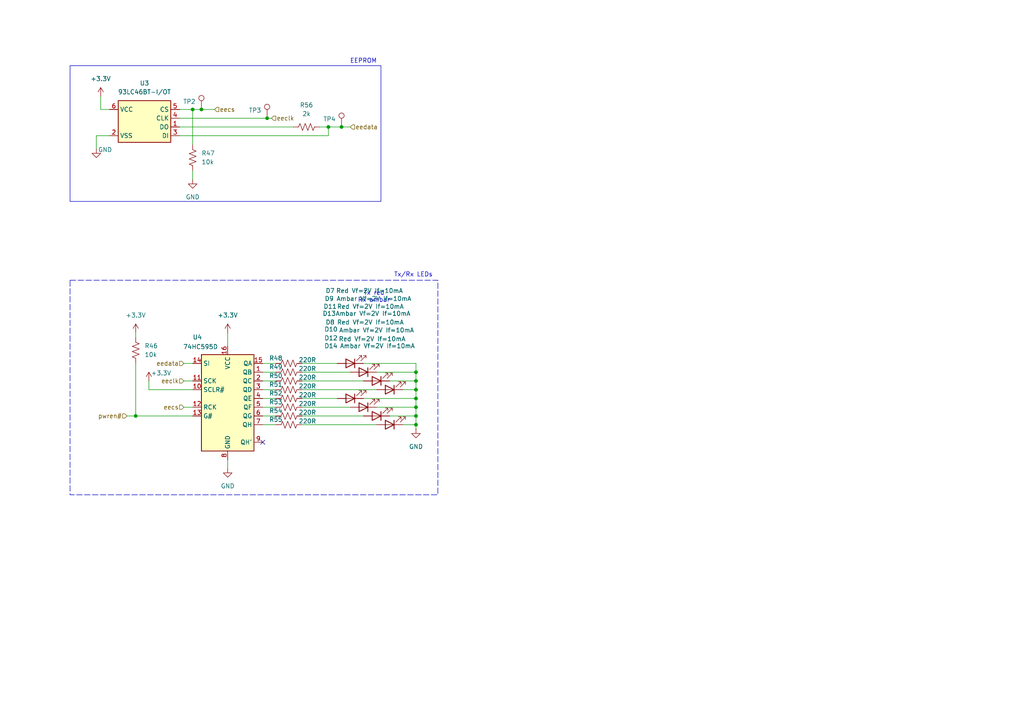
<source format=kicad_sch>
(kicad_sch (version 20250114) (generator "eeschema") (generator_version "9.0")
  (paper "A4")
  (lib_symbols
    (symbol "Connector:TestPoint" (pin_numbers (hide yes)) (pin_names (offset 0.762) (hide yes))
      (property "Reference" "TP" (at 0 6.858 0))
      (property "Value" "TestPoint" (at 0 5.08 0))
      (symbol "TestPoint_0_1"
        (circle (center 0 3.302) (radius 0.762))
      )
      (symbol "TestPoint_1_1"
        (pin passive line (at 0 0 90) (length 2.54) (name "1") (number "1"))
      )
    )
    (symbol "Device:R_US" (pin_numbers (hide yes)) (pin_names (offset 0))
      (property "Reference" "R" (at 2.54 0 90))
      (property "Value" "R_US" (at -2.54 0 90))
      (symbol "R_US_0_1"
        (polyline (pts (xy 0 2.286) (xy 0 2.54)))
        (polyline (pts (xy 0 2.286) (xy 1.016 1.905) (xy 0 1.524) (xy -1.016 1.143) (xy 0 0.762)))
        (polyline (pts (xy 0 0.762) (xy 1.016 0.381) (xy 0 0) (xy -1.016 -0.381) (xy 0 -0.762)))
        (polyline (pts (xy 0 -0.762) (xy 1.016 -1.143) (xy 0 -1.524) (xy -1.016 -1.905) (xy 0 -2.286)))
        (polyline (pts (xy 0 -2.286) (xy 0 -2.54)))
      )
      (symbol "R_US_1_1"
        (pin passive line (at 0 3.81 270) (length 1.27) (name "~") (number "1"))
        (pin passive line (at 0 -3.81 90) (length 1.27) (name "~") (number "2"))
      )
    )
    (symbol "cotti_ic:74HC595D"
      (property "Reference" "U" (at -7.62 13.97 0))
      (property "Value" "74HC595D" (at -7.62 -16.51 0))
      (symbol "74HC595D_1_0"
        (pin input line (at -10.16 10.16 0) (length 2.54) (name "SI") (number "14"))
        (pin input line (at -10.16 5.08 0) (length 2.54) (name "SCK") (number "11"))
        (pin input line (at -10.16 2.54 0) (length 2.54) (name "SCLR#") (number "10"))
        (pin input line (at -10.16 -2.54 0) (length 2.54) (name "RCK") (number "12"))
        (pin input line (at -10.16 -5.08 0) (length 2.54) (name "G#") (number "13"))
        (pin power_in line (at 0 15.24 270) (length 2.54) (name "VCC") (number "16"))
        (pin power_in line (at 0 -17.78 90) (length 2.54) (name "GND") (number "8"))
        (pin tri_state line (at 10.16 10.16 180) (length 2.54) (name "QA") (number "15"))
        (pin tri_state line (at 10.16 7.62 180) (length 2.54) (name "QB") (number "1"))
        (pin tri_state line (at 10.16 5.08 180) (length 2.54) (name "QC") (number "2"))
        (pin tri_state line (at 10.16 2.54 180) (length 2.54) (name "QD") (number "3"))
        (pin tri_state line (at 10.16 0 180) (length 2.54) (name "QE") (number "4"))
        (pin tri_state line (at 10.16 -2.54 180) (length 2.54) (name "QF") (number "5"))
        (pin tri_state line (at 10.16 -5.08 180) (length 2.54) (name "QG") (number "6"))
        (pin tri_state line (at 10.16 -7.62 180) (length 2.54) (name "QH") (number "7"))
        (pin output line (at 10.16 -12.7 180) (length 2.54) (name "QH'") (number "9"))
      )
      (symbol "74HC595D_1_1"
        (rectangle (start -7.62 12.7) (end 7.62 -15.24) (stroke (width 0.254)) (fill (type background)))
      )
    )
    (symbol "cotti_leds:LED_Ambar_SMD" (pin_numbers (hide yes)) (pin_names (offset 1.016) (hide yes))
      (property "Reference" "D" (at 0 2.54 0))
      (property "Value" "Ambar Vf=2V If=10mA" (at 0.508 5.08 0))
      (symbol "LED_Ambar_SMD_0_1"
        (polyline (pts (xy -3.048 -0.762) (xy -4.572 -2.286) (xy -3.81 -2.286) (xy -4.572 -2.286) (xy -4.572 -1.524)))
        (polyline (pts (xy -1.778 -0.762) (xy -3.302 -2.286) (xy -2.54 -2.286) (xy -3.302 -2.286) (xy -3.302 -1.524)))
        (polyline (pts (xy -1.27 0) (xy 1.27 0)))
        (polyline (pts (xy -1.27 -1.27) (xy -1.27 1.27)) (stroke (width 0.254)))
        (polyline (pts (xy 1.27 -1.27) (xy 1.27 1.27) (xy -1.27 0) (xy 1.27 -1.27)) (stroke (width 0.254)))
      )
      (symbol "LED_Ambar_SMD_1_1"
        (pin passive line (at -3.81 0 0) (length 2.54) (name "K") (number "1"))
        (pin passive line (at 3.81 0 180) (length 2.54) (name "A") (number "2"))
      )
    )
    (symbol "cotti_leds:LED_Red_SMD" (pin_numbers (hide yes)) (pin_names (offset 1.016) (hide yes))
      (property "Reference" "D" (at 0 2.54 0))
      (property "Value" "Red Vf=2V If=10mA" (at 0.508 5.08 0))
      (symbol "LED_Red_SMD_0_1"
        (polyline (pts (xy -3.048 -0.762) (xy -4.572 -2.286) (xy -3.81 -2.286) (xy -4.572 -2.286) (xy -4.572 -1.524)))
        (polyline (pts (xy -1.778 -0.762) (xy -3.302 -2.286) (xy -2.54 -2.286) (xy -3.302 -2.286) (xy -3.302 -1.524)))
        (polyline (pts (xy -1.27 0) (xy 1.27 0)))
        (polyline (pts (xy -1.27 -1.27) (xy -1.27 1.27)) (stroke (width 0.254)))
        (polyline (pts (xy 1.27 -1.27) (xy 1.27 1.27) (xy -1.27 0) (xy 1.27 -1.27)) (stroke (width 0.254)))
      )
      (symbol "LED_Red_SMD_1_1"
        (pin passive line (at -3.81 0 0) (length 2.54) (name "K") (number "1"))
        (pin passive line (at 3.81 0 180) (length 2.54) (name "A") (number "2"))
      )
    )
    (symbol "cotti_mem:FTDI_EEPROM_1K_16bit"
      (property "Reference" "U" (at -6.858 7.62 0))
      (property "Value" "93LC46BT-I/OT" (at -2.286 7.62 0))
      (symbol "FTDI_EEPROM_1K_16bit_1_1"
        (rectangle (start -7.62 6.35) (end 7.62 -5.715) (stroke (width 0.254)) (fill (type background)))
        (pin power_in line (at -10.16 3.81 0) (length 2.54) (name "VCC") (number "6"))
        (pin power_in line (at -10.16 -3.81 0) (length 2.54) (name "VSS") (number "2"))
        (pin input line (at 10.16 3.81 180) (length 2.54) (name "CS") (number "5"))
        (pin input line (at 10.16 1.27 180) (length 2.54) (name "CLK") (number "4"))
        (pin output line (at 10.16 -1.27 180) (length 2.54) (name "DO") (number "1"))
        (pin input line (at 10.16 -3.81 180) (length 2.54) (name "DI") (number "3"))
      )
    )
    (symbol "power:+3.3V" (power) (pin_numbers (hide yes)) (pin_names (offset 0) (hide yes))
      (property "Value" "+3.3V" (at 0 3.556 0))
      (symbol "+3.3V_0_1"
        (polyline (pts (xy -0.762 1.27) (xy 0 2.54)))
        (polyline (pts (xy 0 2.54) (xy 0.762 1.27)))
        (polyline (pts (xy 0 0) (xy 0 2.54)))
      )
      (symbol "+3.3V_1_1"
        (pin power_in line (at 0 0 90) (length 0) (name "~") (number "1"))
      )
    )
    (symbol "power:GND" (power) (pin_numbers (hide yes)) (pin_names (offset 0) (hide yes))
      (property "Value" "GND" (at 0 -3.81 0))
      (symbol "GND_0_1"
        (polyline (pts (xy 0 0) (xy 0 -1.27) (xy 1.27 -1.27) (xy 0 -2.54) (xy -1.27 -1.27) (xy 0 -1.27)))
      )
      (symbol "GND_1_1"
        (pin power_in line (at 0 0 270) (length 0) (name "~") (number "1"))
      )
    )
  )
  (rectangle (start 20.32 19.05) (end 110.49 58.42))
  (rectangle (start 20.32 81.28) (end 127 143.51) (stroke (width 0) (type dash)))
  (text "EEPROM" (at 105.41 17.78 0) (effects (font (size 1.27 1.27))))
  (text "Tx red\nRx ambar" (at 108.458 86.106 0) (effects (font (size 1.27 1.27))))
  (text "Tx/Rx LEDs" (at 119.888 79.756 0) (effects (font (size 1.27 1.27))))
  (junction (at 99.06 36.83))
  (junction (at 120.65 118.11))
  (junction (at 39.37 120.65))
  (junction (at 55.88 31.75))
  (junction (at 77.47 34.29))
  (junction (at 120.65 107.95))
  (junction (at 120.65 120.65))
  (junction (at 95.25 36.83))
  (junction (at 120.65 110.49))
  (junction (at 120.65 113.03))
  (junction (at 120.65 123.19))
  (junction (at 58.42 31.75))
  (junction (at 120.65 115.57))
  (no_connect (at 76.2 128.27))
  (wire (pts (xy 99.06 36.83) (xy 101.6 36.83)))
  (wire (pts (xy 55.88 31.75) (xy 58.42 31.75)))
  (wire (pts (xy 92.71 36.83) (xy 95.25 36.83)))
  (wire (pts (xy 87.63 107.95) (xy 101.6 107.95)))
  (wire (pts (xy 87.63 105.41) (xy 97.79 105.41)))
  (wire (pts (xy 55.88 113.03) (xy 43.18 113.03)))
  (wire (pts (xy 120.65 118.11) (xy 120.65 120.65)))
  (wire (pts (xy 76.2 123.19) (xy 80.01 123.19)))
  (wire (pts (xy 120.65 105.41) (xy 120.65 107.95)))
  (wire (pts (xy 52.07 31.75) (xy 55.88 31.75)))
  (wire (pts (xy 66.04 133.35) (xy 66.04 135.89)))
  (wire (pts (xy 120.65 123.19) (xy 120.65 124.46)))
  (wire (pts (xy 95.25 36.83) (xy 99.06 36.83)))
  (wire (pts (xy 29.21 31.75) (xy 31.75 31.75)))
  (wire (pts (xy 43.18 110.49) (xy 43.18 113.03)))
  (wire (pts (xy 76.2 105.41) (xy 80.01 105.41)))
  (wire (pts (xy 87.63 115.57) (xy 97.79 115.57)))
  (wire (pts (xy 52.07 39.37) (xy 95.25 39.37)))
  (wire (pts (xy 66.04 96.52) (xy 66.04 100.33)))
  (wire (pts (xy 105.41 105.41) (xy 120.65 105.41)))
  (wire (pts (xy 116.84 113.03) (xy 120.65 113.03)))
  (wire (pts (xy 29.21 27.94) (xy 29.21 31.75)))
  (wire (pts (xy 53.34 110.49) (xy 55.88 110.49)))
  (wire (pts (xy 53.34 118.11) (xy 55.88 118.11)))
  (wire (pts (xy 113.03 110.49) (xy 120.65 110.49)))
  (wire (pts (xy 120.65 110.49) (xy 120.65 113.03)))
  (wire (pts (xy 113.03 120.65) (xy 120.65 120.65)))
  (wire (pts (xy 87.63 110.49) (xy 105.41 110.49)))
  (wire (pts (xy 120.65 107.95) (xy 120.65 110.49)))
  (wire (pts (xy 109.22 118.11) (xy 120.65 118.11)))
  (wire (pts (xy 77.47 34.29) (xy 78.74 34.29)))
  (wire (pts (xy 76.2 115.57) (xy 80.01 115.57)))
  (wire (pts (xy 76.2 120.65) (xy 80.01 120.65)))
  (wire (pts (xy 55.88 31.75) (xy 55.88 41.91)))
  (wire (pts (xy 87.63 113.03) (xy 109.22 113.03)))
  (wire (pts (xy 105.41 115.57) (xy 120.65 115.57)))
  (wire (pts (xy 52.07 36.83) (xy 85.09 36.83)))
  (wire (pts (xy 76.2 113.03) (xy 80.01 113.03)))
  (wire (pts (xy 58.42 31.75) (xy 62.23 31.75)))
  (wire (pts (xy 120.65 120.65) (xy 120.65 123.19)))
  (wire (pts (xy 55.88 120.65) (xy 39.37 120.65)))
  (wire (pts (xy 120.65 115.57) (xy 120.65 118.11)))
  (wire (pts (xy 116.84 123.19) (xy 120.65 123.19)))
  (wire (pts (xy 52.07 34.29) (xy 77.47 34.29)))
  (wire (pts (xy 55.88 49.53) (xy 55.88 52.07)))
  (wire (pts (xy 31.75 39.37) (xy 27.94 39.37)))
  (wire (pts (xy 27.94 39.37) (xy 27.94 43.18)))
  (wire (pts (xy 53.34 105.41) (xy 55.88 105.41)))
  (wire (pts (xy 87.63 118.11) (xy 101.6 118.11)))
  (wire (pts (xy 87.63 120.65) (xy 105.41 120.65)))
  (wire (pts (xy 87.63 123.19) (xy 109.22 123.19)))
  (wire (pts (xy 39.37 96.52) (xy 39.37 97.79)))
  (wire (pts (xy 109.22 107.95) (xy 120.65 107.95)))
  (wire (pts (xy 95.25 39.37) (xy 95.25 36.83)))
  (wire (pts (xy 39.37 105.41) (xy 39.37 120.65)))
  (wire (pts (xy 36.83 120.65) (xy 39.37 120.65)))
  (wire (pts (xy 76.2 110.49) (xy 80.01 110.49)))
  (wire (pts (xy 76.2 107.95) (xy 80.01 107.95)))
  (wire (pts (xy 120.65 113.03) (xy 120.65 115.57)))
  (wire (pts (xy 76.2 118.11) (xy 80.01 118.11)))
  (hierarchical_label "eedata" (shape input) (at 53.34 105.41 180))
  (hierarchical_label "eedata" (shape input) (at 101.6 36.83 0))
  (hierarchical_label "eecs" (shape input) (at 53.34 118.11 180))
  (hierarchical_label "pwren#" (shape input) (at 36.83 120.65 180))
  (hierarchical_label "eeclk" (shape input) (at 53.34 110.49 180))
  (hierarchical_label "eecs" (shape input) (at 62.23 31.75 0))
  (hierarchical_label "eeclk" (shape input) (at 78.74 34.29 0))
  (symbol (lib_id "power:GND") (at 27.94 43.18 0) (unit 1)
    (property "Reference" "#PWR054" (effects (hide yes)))
    (property "Value" "GND" (at 30.48 43.434 0))
    (property "Description" "Power symbol creates a global label with name \"GND\" , ground" (effects (hide yes)))
  )
  (symbol (lib_id "cotti_leds:LED_Red_SMD") (at 109.22 120.65 180) (unit 1)
    (property "Reference" "D12" (at 96.012 98.044 0))
    (property "Value" "Red Vf=2V If=10mA" (at 107.95 98.298 0))
    (property "Footprint" "LED_SMD:LED_0603_1608Metric_Pad1.05x0.95mm_HandSolder" (effects (hide yes)))
    (property "Datasheet" "https://mm.digikey.com/Volume0/opasdata/d220001/medias/docus/3694/B1911USD-20D000114U1930.pdf" (effects (hide yes)))
    (property "Description" "Red 624nm LED Indication - Discrete 2V 0603 (1608 Metric)" (effects (hide yes)))
    (property "Digikey" "https://www.digikey.com/en/products/detail/harvatek-corporation/B1911USD-20D000114U1930/15519991" (effects (hide yes)))
    (property "Mfr." "Harvatek Corporation" (effects (hide yes)))
    (property "Mfr. P/N" "B1911USD-20D000114U1930" (effects (hide yes)))
  )
  (symbol (lib_id "Device:R_US") (at 55.88 45.72 0) (unit 1)
    (property "Reference" "R47" (at 58.42 44.4499 0) (effects (justify left)))
    (property "Value" "10k" (at 58.42 46.9899 0) (effects (justify left)))
    (property "Footprint" "Resistor_SMD:R_0805_2012Metric_Pad1.20x1.40mm_HandSolder" (effects (hide yes)))
    (property "Datasheet" "https://www.yageogroup.com/content/datasheet/asset/file/PYU-RC_GROUP_51_ROHS_L" (effects (hide yes)))
    (property "Description" "10 kOhms ±1% 0.125W, 1/8W Chip Resistor 0805 (2012 Metric) Moisture Resistant Thick Film" (effects (hide yes)))
    (property "Digikey" "https://www.digikey.com/en/products/detail/yageo/RC0805FR-1310KL/13694107" (effects (hide yes)))
    (property "Mfr." "YAGEO" (effects (hide yes)))
    (property "Mfr. P/N" "RC0805FR-1310KL" (effects (hide yes)))
  )
  (symbol (lib_id "Connector:TestPoint") (at 58.42 31.75 0) (unit 1)
    (property "Reference" "TP2" (at 53.086 29.464 0) (effects (justify left)))
    (property "Value" "TestPoint" (effects (hide yes)))
    (property "Footprint" "TestPoint:TestPoint_Pad_D2.0mm" (effects (hide yes)))
    (property "Description" "test point" (effects (hide yes)))
  )
  (symbol (lib_id "Connector:TestPoint") (at 77.47 34.29 0) (unit 1)
    (property "Reference" "TP3" (at 72.136 32.004 0) (effects (justify left)))
    (property "Value" "TestPoint" (effects (hide yes)))
    (property "Footprint" "TestPoint:TestPoint_Pad_D2.0mm" (effects (hide yes)))
    (property "Description" "test point" (effects (hide yes)))
  )
  (symbol (lib_id "cotti_mem:FTDI_EEPROM_1K_16bit") (at 41.91 35.56 0) (unit 1)
    (property "Reference" "U3" (at 41.91 24.13 0))
    (property "Value" "93LC46BT-I/OT" (at 41.91 26.67 0))
    (property "Footprint" "Package_TO_SOT_SMD:SOT-23-6_Handsoldering" (effects (hide yes)))
    (property "Datasheet" "https://ww1.microchip.com/downloads/en/DeviceDoc/20001749K.pdf" (effects (hide yes)))
    (property "Description" "Only use with FTDI chips. EEPROM Memory IC 1Kbit Microwire 2 MHz SOT-23-6" (effects (hide yes)))
    (property "Digikey" "https://www.digikey.com/en/products/detail/microchip-technology/93LC46BT-I-OT/572840" (effects (hide yes)))
    (property "Mfr." "Microchip Technology" (effects (hide yes)))
    (property "Mfr. P/N" "93LC46BT-I/OT" (effects (hide yes)))
  )
  (symbol (lib_id "power:+3.3V") (at 39.37 96.52 0) (unit 1)
    (property "Reference" "#PWR056" (effects (hide yes)))
    (property "Value" "+3.3V" (at 39.37 91.44 0))
    (property "Description" "Power symbol creates a global label with name \"+3.3V\"" (effects (hide yes)))
  )
  (symbol (lib_id "Device:R_US") (at 83.82 107.95 90) (unit 1)
    (property "Reference" "R49" (at 80.01 106.426 90))
    (property "Value" "220R" (at 89.154 106.934 90))
    (property "Footprint" "Resistor_SMD:R_0805_2012Metric_Pad1.20x1.40mm_HandSolder" (effects (hide yes)))
    (property "Datasheet" "https://www.yageogroup.com/content/datasheet/asset/file/PYU-RC_GROUP_51_ROHS_L" (effects (hide yes)))
    (property "Description" "220 Ohms ±1% 0.125W, 1/8W Chip Resistor 0805 (2012 Metric) Thick Film" (effects (hide yes)))
    (property "Digikey" "https://www.digikey.com/en/products/detail/yageo/RC0805FR-13220RL/14008293" (effects (hide yes)))
    (property "Mfr." "YAGEO" (effects (hide yes)))
    (property "Mfr. P/N" "RC0805FR-13220RL" (effects (hide yes)))
  )
  (symbol (lib_id "Device:R_US") (at 83.82 123.19 90) (unit 1)
    (property "Reference" "R55" (at 80.01 121.666 90))
    (property "Value" "220R" (at 89.154 122.174 90))
    (property "Footprint" "Resistor_SMD:R_0805_2012Metric_Pad1.20x1.40mm_HandSolder" (effects (hide yes)))
    (property "Datasheet" "https://www.yageogroup.com/content/datasheet/asset/file/PYU-RC_GROUP_51_ROHS_L" (effects (hide yes)))
    (property "Description" "220 Ohms ±1% 0.125W, 1/8W Chip Resistor 0805 (2012 Metric) Thick Film" (effects (hide yes)))
    (property "Digikey" "https://www.digikey.com/en/products/detail/yageo/RC0805FR-13220RL/14008293" (effects (hide yes)))
    (property "Mfr." "YAGEO" (effects (hide yes)))
    (property "Mfr. P/N" "RC0805FR-13220RL" (effects (hide yes)))
  )
  (symbol (lib_id "Device:R_US") (at 83.82 105.41 90) (unit 1)
    (property "Reference" "R48" (at 80.01 103.886 90))
    (property "Value" "220R" (at 89.154 104.394 90))
    (property "Footprint" "Resistor_SMD:R_0805_2012Metric_Pad1.20x1.40mm_HandSolder" (effects (hide yes)))
    (property "Datasheet" "https://www.yageogroup.com/content/datasheet/asset/file/PYU-RC_GROUP_51_ROHS_L" (effects (hide yes)))
    (property "Description" "220 Ohms ±1% 0.125W, 1/8W Chip Resistor 0805 (2012 Metric) Thick Film" (effects (hide yes)))
    (property "Digikey" "https://www.digikey.com/en/products/detail/yageo/RC0805FR-13220RL/14008293" (effects (hide yes)))
    (property "Mfr." "YAGEO" (effects (hide yes)))
    (property "Mfr. P/N" "RC0805FR-13220RL" (effects (hide yes)))
  )
  (symbol (lib_id "Device:R_US") (at 83.82 118.11 90) (unit 1)
    (property "Reference" "R53" (at 80.01 116.586 90))
    (property "Value" "220R" (at 89.154 117.094 90))
    (property "Footprint" "Resistor_SMD:R_0805_2012Metric_Pad1.20x1.40mm_HandSolder" (effects (hide yes)))
    (property "Datasheet" "https://www.yageogroup.com/content/datasheet/asset/file/PYU-RC_GROUP_51_ROHS_L" (effects (hide yes)))
    (property "Description" "220 Ohms ±1% 0.125W, 1/8W Chip Resistor 0805 (2012 Metric) Thick Film" (effects (hide yes)))
    (property "Digikey" "https://www.digikey.com/en/products/detail/yageo/RC0805FR-13220RL/14008293" (effects (hide yes)))
    (property "Mfr." "YAGEO" (effects (hide yes)))
    (property "Mfr. P/N" "RC0805FR-13220RL" (effects (hide yes)))
  )
  (symbol (lib_id "Device:R_US") (at 83.82 113.03 90) (unit 1)
    (property "Reference" "R51" (at 80.01 111.506 90))
    (property "Value" "220R" (at 89.154 112.014 90))
    (property "Footprint" "Resistor_SMD:R_0805_2012Metric_Pad1.20x1.40mm_HandSolder" (effects (hide yes)))
    (property "Datasheet" "https://www.yageogroup.com/content/datasheet/asset/file/PYU-RC_GROUP_51_ROHS_L" (effects (hide yes)))
    (property "Description" "220 Ohms ±1% 0.125W, 1/8W Chip Resistor 0805 (2012 Metric) Thick Film" (effects (hide yes)))
    (property "Digikey" "https://www.digikey.com/en/products/detail/yageo/RC0805FR-13220RL/14008293" (effects (hide yes)))
    (property "Mfr." "YAGEO" (effects (hide yes)))
    (property "Mfr. P/N" "RC0805FR-13220RL" (effects (hide yes)))
  )
  (symbol (lib_id "Device:R_US") (at 83.82 115.57 90) (unit 1)
    (property "Reference" "R52" (at 80.01 114.046 90))
    (property "Value" "220R" (at 89.154 114.554 90))
    (property "Footprint" "Resistor_SMD:R_0805_2012Metric_Pad1.20x1.40mm_HandSolder" (effects (hide yes)))
    (property "Datasheet" "https://www.yageogroup.com/content/datasheet/asset/file/PYU-RC_GROUP_51_ROHS_L" (effects (hide yes)))
    (property "Description" "220 Ohms ±1% 0.125W, 1/8W Chip Resistor 0805 (2012 Metric) Thick Film" (effects (hide yes)))
    (property "Digikey" "https://www.digikey.com/en/products/detail/yageo/RC0805FR-13220RL/14008293" (effects (hide yes)))
    (property "Mfr." "YAGEO" (effects (hide yes)))
    (property "Mfr. P/N" "RC0805FR-13220RL" (effects (hide yes)))
  )
  (symbol (lib_id "power:GND") (at 66.04 135.89 0) (unit 1)
    (property "Reference" "#PWR060" (effects (hide yes)))
    (property "Value" "GND" (at 66.04 140.97 0))
    (property "Description" "Power symbol creates a global label with name \"GND\" , ground" (effects (hide yes)))
  )
  (symbol (lib_id "cotti_leds:LED_Ambar_SMD") (at 105.41 107.95 180) (unit 1)
    (property "Reference" "D9" (at 95.504 86.614 0))
    (property "Value" "Ambar Vf=2V If=10mA" (at 108.458 86.614 0))
    (property "Footprint" "LED_SMD:LED_0603_1608Metric_Pad1.05x0.95mm_HandSolder" (effects (hide yes)))
    (property "Datasheet" "https://mm.digikey.com/Volume0/opasdata/d220001/medias/docus/3739/B1931UY--20D000114U1930.pdf" (effects (hide yes)))
    (property "Description" "Amber 589nm LED Indication - Discrete 2V 0603 (1608 Metric)" (effects (hide yes)))
    (property "Digikey" "https://www.digikey.com/en/products/detail/harvatek-corporation/B1931UY-20D000114U1930/15861261" (effects (hide yes)))
    (property "Mfr." "Harvatek Corporation" (effects (hide yes)))
    (property "Mfr. P/N" "B1931UY--20D000114U1930" (effects (hide yes)))
  )
  (symbol (lib_id "Device:R_US") (at 39.37 101.6 0) (unit 1)
    (property "Reference" "R46" (at 41.91 100.3299 0) (effects (justify left)))
    (property "Value" "10k" (at 41.91 102.8699 0) (effects (justify left)))
    (property "Footprint" "Resistor_SMD:R_0805_2012Metric_Pad1.20x1.40mm_HandSolder" (effects (hide yes)))
    (property "Datasheet" "https://www.yageogroup.com/content/datasheet/asset/file/PYU-RC_GROUP_51_ROHS_L" (effects (hide yes)))
    (property "Description" "10 kOhms ±1% 0.125W, 1/8W Chip Resistor 0805 (2012 Metric) Moisture Resistant Thick Film" (effects (hide yes)))
    (property "Digikey" "https://www.digikey.com/en/products/detail/yageo/RC0805FR-1310KL/13694107" (effects (hide yes)))
    (property "Mfr." "YAGEO" (effects (hide yes)))
    (property "Mfr. P/N" "RC0805FR-1310KL" (effects (hide yes)))
  )
  (symbol (lib_id "Device:R_US") (at 88.9 36.83 90) (unit 1)
    (property "Reference" "R56" (at 88.9 30.48 90))
    (property "Value" "2k" (at 88.9 33.02 90))
    (property "Footprint" "Resistor_SMD:R_0805_2012Metric_Pad1.20x1.40mm_HandSolder" (effects (hide yes)))
    (property "Datasheet" "https://www.yageogroup.com/content/datasheet/asset/file/PYU-RC_GROUP_51_ROHS_L" (effects (hide yes)))
    (property "Description" "2 kOhms ±1% 0.125W, 1/8W Chip Resistor 0805 (2012 Metric) Moisture Resistant Thick Film" (effects (hide yes)))
    (property "Digikey" "https://www.digikey.com/en/products/detail/yageo/RC0805FR-072KL/727664" (effects (hide yes)))
    (property "Mfr." "YAGEO" (effects (hide yes)))
    (property "Mfr. P/N" "RC0805FR-072KL" (effects (hide yes)))
  )
  (symbol (lib_id "power:+3.3V") (at 43.18 110.49 0) (unit 1)
    (property "Reference" "#PWR057" (effects (hide yes)))
    (property "Value" "+3.3V" (at 46.736 108.204 0))
    (property "Description" "Power symbol creates a global label with name \"+3.3V\"" (effects (hide yes)))
  )
  (symbol (lib_id "cotti_ic:74HC595D") (at 66.04 115.57 0) (unit 1)
    (property "Reference" "U4" (at 55.88 97.79 0) (effects (justify left)))
    (property "Value" "74HC595D" (at 53.086 100.584 0) (effects (justify left)))
    (property "Footprint" "Package_SO:SOIC-16_3.9x9.9mm_P1.27mm" (effects (hide yes)))
    (property "Datasheet" "https://toshiba.semicon-storage.com/info/docget.jsp?did=36768&prodName=74HC595D" (effects (hide yes)))
    (property "Description" "Shift Register 1 Element 8 Bit 16-SOIC" (effects (hide yes)))
    (property "Digikey" "https://www.digikey.com/en/products/detail/toshiba-semiconductor-and-storage/74HC595D/5879984" (effects (hide yes)))
    (property "Mfr." "Toshiba Semiconductor and Storage" (effects (hide yes)))
    (property "Mfr. P/N" "74HC595D" (effects (hide yes)))
  )
  (symbol (lib_id "power:GND") (at 55.88 52.07 0) (unit 1)
    (property "Reference" "#PWR058" (effects (hide yes)))
    (property "Value" "GND" (at 55.88 57.15 0))
    (property "Description" "Power symbol creates a global label with name \"GND\" , ground" (effects (hide yes)))
  )
  (symbol (lib_id "cotti_leds:LED_Ambar_SMD") (at 113.03 123.19 180) (unit 1)
    (property "Reference" "D14" (at 96.012 100.33 0))
    (property "Value" "Ambar Vf=2V If=10mA" (at 109.474 100.33 0))
    (property "Footprint" "LED_SMD:LED_0603_1608Metric_Pad1.05x0.95mm_HandSolder" (effects (hide yes)))
    (property "Datasheet" "https://mm.digikey.com/Volume0/opasdata/d220001/medias/docus/3739/B1931UY--20D000114U1930.pdf" (effects (hide yes)))
    (property "Description" "Amber 589nm LED Indication - Discrete 2V 0603 (1608 Metric)" (effects (hide yes)))
    (property "Digikey" "https://www.digikey.com/en/products/detail/harvatek-corporation/B1931UY-20D000114U1930/15861261" (effects (hide yes)))
    (property "Mfr." "Harvatek Corporation" (effects (hide yes)))
    (property "Mfr. P/N" "B1931UY--20D000114U1930" (effects (hide yes)))
  )
  (symbol (lib_id "cotti_leds:LED_Ambar_SMD") (at 113.03 113.03 180) (unit 1)
    (property "Reference" "D13" (at 95.504 90.932 0))
    (property "Value" "Ambar Vf=2V If=10mA" (at 108.204 90.932 0))
    (property "Footprint" "LED_SMD:LED_0603_1608Metric_Pad1.05x0.95mm_HandSolder" (effects (hide yes)))
    (property "Datasheet" "https://mm.digikey.com/Volume0/opasdata/d220001/medias/docus/3739/B1931UY--20D000114U1930.pdf" (effects (hide yes)))
    (property "Description" "Amber 589nm LED Indication - Discrete 2V 0603 (1608 Metric)" (effects (hide yes)))
    (property "Digikey" "https://www.digikey.com/en/products/detail/harvatek-corporation/B1931UY-20D000114U1930/15861261" (effects (hide yes)))
    (property "Mfr." "Harvatek Corporation" (effects (hide yes)))
    (property "Mfr. P/N" "B1931UY--20D000114U1930" (effects (hide yes)))
  )
  (symbol (lib_id "Device:R_US") (at 83.82 120.65 90) (unit 1)
    (property "Reference" "R54" (at 80.01 119.126 90))
    (property "Value" "220R" (at 89.154 119.634 90))
    (property "Footprint" "Resistor_SMD:R_0805_2012Metric_Pad1.20x1.40mm_HandSolder" (effects (hide yes)))
    (property "Datasheet" "https://www.yageogroup.com/content/datasheet/asset/file/PYU-RC_GROUP_51_ROHS_L" (effects (hide yes)))
    (property "Description" "220 Ohms ±1% 0.125W, 1/8W Chip Resistor 0805 (2012 Metric) Thick Film" (effects (hide yes)))
    (property "Digikey" "https://www.digikey.com/en/products/detail/yageo/RC0805FR-13220RL/14008293" (effects (hide yes)))
    (property "Mfr." "YAGEO" (effects (hide yes)))
    (property "Mfr. P/N" "RC0805FR-13220RL" (effects (hide yes)))
  )
  (symbol (lib_id "Device:R_US") (at 83.82 110.49 90) (unit 1)
    (property "Reference" "R50" (at 80.01 108.966 90))
    (property "Value" "220R" (at 89.154 109.474 90))
    (property "Footprint" "Resistor_SMD:R_0805_2012Metric_Pad1.20x1.40mm_HandSolder" (effects (hide yes)))
    (property "Datasheet" "https://www.yageogroup.com/content/datasheet/asset/file/PYU-RC_GROUP_51_ROHS_L" (effects (hide yes)))
    (property "Description" "220 Ohms ±1% 0.125W, 1/8W Chip Resistor 0805 (2012 Metric) Thick Film" (effects (hide yes)))
    (property "Digikey" "https://www.digikey.com/en/products/detail/yageo/RC0805FR-13220RL/14008293" (effects (hide yes)))
    (property "Mfr." "YAGEO" (effects (hide yes)))
    (property "Mfr. P/N" "RC0805FR-13220RL" (effects (hide yes)))
  )
  (symbol (lib_id "cotti_leds:LED_Red_SMD") (at 101.6 105.41 180) (unit 1)
    (property "Reference" "D7" (at 95.758 84.328 0))
    (property "Value" "Red Vf=2V If=10mA" (at 107.188 84.328 0))
    (property "Footprint" "LED_SMD:LED_0603_1608Metric_Pad1.05x0.95mm_HandSolder" (effects (hide yes)))
    (property "Datasheet" "https://mm.digikey.com/Volume0/opasdata/d220001/medias/docus/3694/B1911USD-20D000114U1930.pdf" (effects (hide yes)))
    (property "Description" "Red 624nm LED Indication - Discrete 2V 0603 (1608 Metric)" (effects (hide yes)))
    (property "Digikey" "https://www.digikey.com/en/products/detail/harvatek-corporation/B1911USD-20D000114U1930/15519991" (effects (hide yes)))
    (property "Mfr." "Harvatek Corporation" (effects (hide yes)))
    (property "Mfr. P/N" "B1911USD-20D000114U1930" (effects (hide yes)))
  )
  (symbol (lib_id "power:+3.3V") (at 66.04 96.52 0) (unit 1)
    (property "Reference" "#PWR059" (effects (hide yes)))
    (property "Value" "+3.3V" (at 66.04 91.44 0))
    (property "Description" "Power symbol creates a global label with name \"+3.3V\"" (effects (hide yes)))
  )
  (symbol (lib_id "cotti_leds:LED_Red_SMD") (at 101.6 115.57 180) (unit 1)
    (property "Reference" "D8" (at 95.758 93.472 0))
    (property "Value" "Red Vf=2V If=10mA" (at 107.442 93.472 0))
    (property "Footprint" "LED_SMD:LED_0603_1608Metric_Pad1.05x0.95mm_HandSolder" (effects (hide yes)))
    (property "Datasheet" "https://mm.digikey.com/Volume0/opasdata/d220001/medias/docus/3694/B1911USD-20D000114U1930.pdf" (effects (hide yes)))
    (property "Description" "Red 624nm LED Indication - Discrete 2V 0603 (1608 Metric)" (effects (hide yes)))
    (property "Digikey" "https://www.digikey.com/en/products/detail/harvatek-corporation/B1911USD-20D000114U1930/15519991" (effects (hide yes)))
    (property "Mfr." "Harvatek Corporation" (effects (hide yes)))
    (property "Mfr. P/N" "B1911USD-20D000114U1930" (effects (hide yes)))
  )
  (symbol (lib_id "power:+3.3V") (at 29.21 27.94 0) (unit 1)
    (property "Reference" "#PWR055" (effects (hide yes)))
    (property "Value" "+3.3V" (at 29.21 22.86 0))
    (property "Description" "Power symbol creates a global label with name \"+3.3V\"" (effects (hide yes)))
  )
  (symbol (lib_id "Connector:TestPoint") (at 99.06 36.83 0) (unit 1)
    (property "Reference" "TP4" (at 93.726 34.544 0) (effects (justify left)))
    (property "Value" "TestPoint" (effects (hide yes)))
    (property "Footprint" "TestPoint:TestPoint_Pad_D2.0mm" (effects (hide yes)))
    (property "Description" "test point" (effects (hide yes)))
  )
  (symbol (lib_id "cotti_leds:LED_Ambar_SMD") (at 105.41 118.11 180) (unit 1)
    (property "Reference" "D10" (at 96.012 95.504 0))
    (property "Value" "Ambar Vf=2V If=10mA" (at 109.22 95.758 0))
    (property "Footprint" "LED_SMD:LED_0603_1608Metric_Pad1.05x0.95mm_HandSolder" (effects (hide yes)))
    (property "Datasheet" "https://mm.digikey.com/Volume0/opasdata/d220001/medias/docus/3739/B1931UY--20D000114U1930.pdf" (effects (hide yes)))
    (property "Description" "Amber 589nm LED Indication - Discrete 2V 0603 (1608 Metric)" (effects (hide yes)))
    (property "Digikey" "https://www.digikey.com/en/products/detail/harvatek-corporation/B1931UY-20D000114U1930/15861261" (effects (hide yes)))
    (property "Mfr." "Harvatek Corporation" (effects (hide yes)))
    (property "Mfr. P/N" "B1931UY--20D000114U1930" (effects (hide yes)))
  )
  (symbol (lib_id "cotti_leds:LED_Red_SMD") (at 109.22 110.49 180) (unit 1)
    (property "Reference" "D11" (at 95.758 88.9 0))
    (property "Value" "Red Vf=2V If=10mA" (at 107.442 88.9 0))
    (property "Footprint" "LED_SMD:LED_0603_1608Metric_Pad1.05x0.95mm_HandSolder" (effects (hide yes)))
    (property "Datasheet" "https://mm.digikey.com/Volume0/opasdata/d220001/medias/docus/3694/B1911USD-20D000114U1930.pdf" (effects (hide yes)))
    (property "Description" "Red 624nm LED Indication - Discrete 2V 0603 (1608 Metric)" (effects (hide yes)))
    (property "Digikey" "https://www.digikey.com/en/products/detail/harvatek-corporation/B1911USD-20D000114U1930/15519991" (effects (hide yes)))
    (property "Mfr." "Harvatek Corporation" (effects (hide yes)))
    (property "Mfr. P/N" "B1911USD-20D000114U1930" (effects (hide yes)))
  )
  (symbol (lib_id "power:GND") (at 120.65 124.46 0) (unit 1)
    (property "Reference" "#PWR061" (effects (hide yes)))
    (property "Value" "GND" (at 120.65 129.54 0))
    (property "Description" "Power symbol creates a global label with name \"GND\" , ground" (effects (hide yes)))
  )
)
</source>
